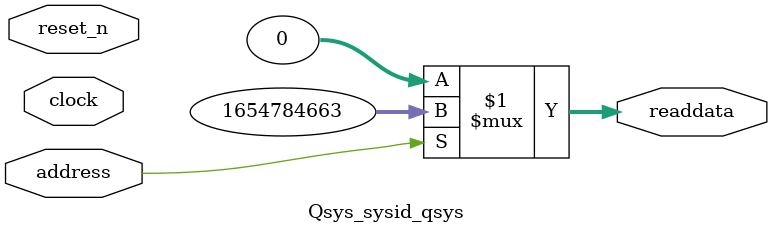
<source format=v>



// synthesis translate_off
`timescale 1ns / 1ps
// synthesis translate_on

// turn off superfluous verilog processor warnings 
// altera message_level Level1 
// altera message_off 10034 10035 10036 10037 10230 10240 10030 

module Qsys_sysid_qsys (
               // inputs:
                address,
                clock,
                reset_n,

               // outputs:
                readdata
             )
;

  output  [ 31: 0] readdata;
  input            address;
  input            clock;
  input            reset_n;

  wire    [ 31: 0] readdata;
  //control_slave, which is an e_avalon_slave
  assign readdata = address ? 1654784663 : 0;

endmodule



</source>
